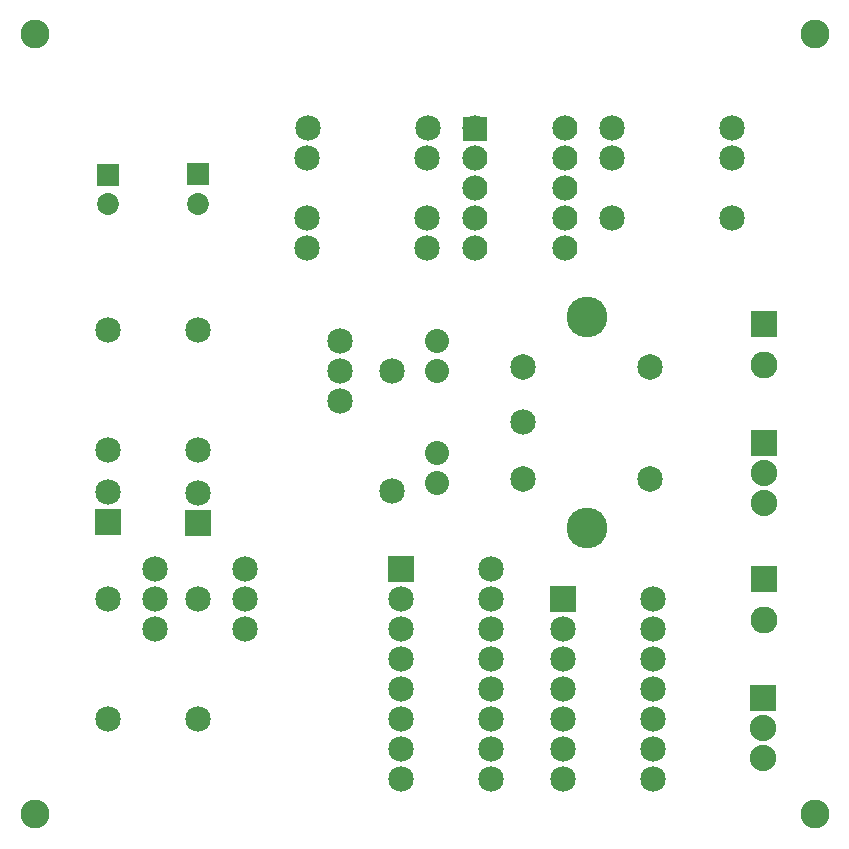
<source format=gbs>
G04 MADE WITH FRITZING*
G04 WWW.FRITZING.ORG*
G04 DOUBLE SIDED*
G04 HOLES PLATED*
G04 CONTOUR ON CENTER OF CONTOUR VECTOR*
%ASAXBY*%
%FSLAX23Y23*%
%MOIN*%
%OFA0B0*%
%SFA1.0B1.0*%
%ADD10C,0.085000*%
%ADD11C,0.085118*%
%ADD12C,0.084803*%
%ADD13C,0.135984*%
%ADD14C,0.090000*%
%ADD15C,0.080000*%
%ADD16C,0.088000*%
%ADD17C,0.084000*%
%ADD18C,0.072992*%
%ADD19C,0.096614*%
%ADD20R,0.090000X0.090000*%
%ADD21R,0.085000X0.085000*%
%ADD22R,0.088000X0.088000*%
%ADD23R,0.084000X0.084000*%
%ADD24R,0.072992X0.072992*%
%LNMASK0*%
G90*
G70*
G54D10*
X622Y1693D03*
X622Y1293D03*
X321Y1693D03*
X321Y1293D03*
G54D11*
X2129Y1570D03*
X1707Y1570D03*
X1707Y1196D03*
X2129Y1196D03*
G54D12*
X1706Y1386D03*
G54D13*
X1920Y1736D03*
G54D10*
X321Y397D03*
X321Y797D03*
G54D13*
X1919Y1031D03*
G54D10*
X621Y397D03*
X621Y797D03*
X1268Y1556D03*
X1268Y1156D03*
G54D14*
X2508Y862D03*
X2508Y724D03*
G54D10*
X1840Y796D03*
X2140Y796D03*
X1840Y696D03*
X2140Y696D03*
X1840Y596D03*
X2140Y596D03*
X1840Y496D03*
X2140Y496D03*
X1840Y396D03*
X2140Y396D03*
X1840Y296D03*
X2140Y296D03*
X1840Y196D03*
X2140Y196D03*
X1300Y896D03*
X1600Y896D03*
X1300Y796D03*
X1600Y796D03*
X1300Y696D03*
X1600Y696D03*
X1300Y596D03*
X1600Y596D03*
X1300Y496D03*
X1600Y496D03*
X1300Y396D03*
X1600Y396D03*
X1300Y296D03*
X1600Y296D03*
X1300Y196D03*
X1600Y196D03*
X479Y896D03*
X479Y796D03*
X479Y696D03*
X779Y896D03*
X779Y796D03*
X779Y696D03*
X1096Y1656D03*
X1096Y1556D03*
X1096Y1456D03*
G54D15*
X1420Y1181D03*
X1420Y1281D03*
X1420Y1656D03*
X1420Y1556D03*
G54D10*
X621Y1050D03*
X621Y1150D03*
X321Y1051D03*
X321Y1151D03*
G54D16*
X2507Y466D03*
X2507Y366D03*
X2507Y266D03*
G54D17*
X1546Y2364D03*
X1546Y2264D03*
X1546Y2164D03*
X1546Y2064D03*
X1546Y1965D03*
X1847Y1965D03*
X1847Y2064D03*
X1847Y2164D03*
X1847Y2264D03*
X1847Y2364D03*
X1546Y2364D03*
X1546Y2264D03*
X1546Y2164D03*
X1546Y2064D03*
X1546Y1965D03*
X1847Y1965D03*
X1847Y2064D03*
X1847Y2164D03*
X1847Y2264D03*
X1847Y2364D03*
G54D10*
X988Y2364D03*
X1388Y2364D03*
X987Y2264D03*
X1387Y2264D03*
X987Y2064D03*
X1387Y2064D03*
X987Y1964D03*
X1387Y1964D03*
X2003Y2064D03*
X2403Y2064D03*
X2002Y2264D03*
X2402Y2264D03*
X2003Y2364D03*
X2403Y2364D03*
G54D18*
X622Y2211D03*
X622Y2112D03*
X322Y2210D03*
X322Y2112D03*
G54D14*
X2508Y1712D03*
X2508Y1574D03*
G54D16*
X2508Y1316D03*
X2508Y1216D03*
X2508Y1116D03*
G54D19*
X78Y2678D03*
X2678Y78D03*
X78Y78D03*
X2678Y2678D03*
G54D20*
X2508Y862D03*
G54D21*
X1840Y796D03*
X1300Y896D03*
X621Y1050D03*
X321Y1051D03*
G54D22*
X2507Y466D03*
G54D23*
X1547Y2363D03*
G54D24*
X622Y2211D03*
X322Y2210D03*
G54D20*
X2508Y1712D03*
G54D22*
X2508Y1316D03*
G04 End of Mask0*
M02*
</source>
